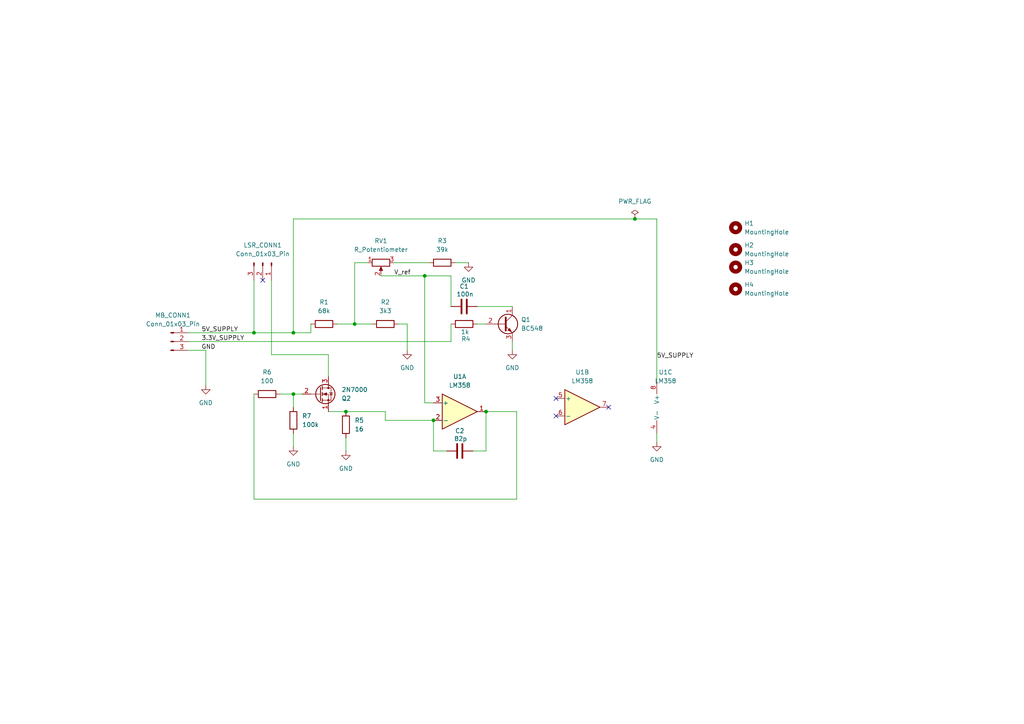
<source format=kicad_sch>
(kicad_sch
	(version 20250114)
	(generator "eeschema")
	(generator_version "9.0")
	(uuid "cc7e7d97-c320-40c5-8b05-5629e8e75450")
	(paper "A4")
	(lib_symbols
		(symbol "Amplifier_Operational:LM358"
			(pin_names
				(offset 0.127)
			)
			(exclude_from_sim no)
			(in_bom yes)
			(on_board yes)
			(property "Reference" "U"
				(at 0 5.08 0)
				(effects
					(font
						(size 1.27 1.27)
					)
					(justify left)
				)
			)
			(property "Value" "LM358"
				(at 0 -5.08 0)
				(effects
					(font
						(size 1.27 1.27)
					)
					(justify left)
				)
			)
			(property "Footprint" ""
				(at 0 0 0)
				(effects
					(font
						(size 1.27 1.27)
					)
					(hide yes)
				)
			)
			(property "Datasheet" "http://www.ti.com/lit/ds/symlink/lm2904-n.pdf"
				(at 0 0 0)
				(effects
					(font
						(size 1.27 1.27)
					)
					(hide yes)
				)
			)
			(property "Description" "Low-Power, Dual Operational Amplifiers, DIP-8/SOIC-8/TO-99-8"
				(at 0 0 0)
				(effects
					(font
						(size 1.27 1.27)
					)
					(hide yes)
				)
			)
			(property "ki_locked" ""
				(at 0 0 0)
				(effects
					(font
						(size 1.27 1.27)
					)
				)
			)
			(property "ki_keywords" "dual opamp"
				(at 0 0 0)
				(effects
					(font
						(size 1.27 1.27)
					)
					(hide yes)
				)
			)
			(property "ki_fp_filters" "SOIC*3.9x4.9mm*P1.27mm* DIP*W7.62mm* TO*99* OnSemi*Micro8* TSSOP*3x3mm*P0.65mm* TSSOP*4.4x3mm*P0.65mm* MSOP*3x3mm*P0.65mm* SSOP*3.9x4.9mm*P0.635mm* LFCSP*2x2mm*P0.5mm* *SIP* SOIC*5.3x6.2mm*P1.27mm*"
				(at 0 0 0)
				(effects
					(font
						(size 1.27 1.27)
					)
					(hide yes)
				)
			)
			(symbol "LM358_1_1"
				(polyline
					(pts
						(xy -5.08 5.08) (xy 5.08 0) (xy -5.08 -5.08) (xy -5.08 5.08)
					)
					(stroke
						(width 0.254)
						(type default)
					)
					(fill
						(type background)
					)
				)
				(pin input line
					(at -7.62 2.54 0)
					(length 2.54)
					(name "+"
						(effects
							(font
								(size 1.27 1.27)
							)
						)
					)
					(number "3"
						(effects
							(font
								(size 1.27 1.27)
							)
						)
					)
				)
				(pin input line
					(at -7.62 -2.54 0)
					(length 2.54)
					(name "-"
						(effects
							(font
								(size 1.27 1.27)
							)
						)
					)
					(number "2"
						(effects
							(font
								(size 1.27 1.27)
							)
						)
					)
				)
				(pin output line
					(at 7.62 0 180)
					(length 2.54)
					(name "~"
						(effects
							(font
								(size 1.27 1.27)
							)
						)
					)
					(number "1"
						(effects
							(font
								(size 1.27 1.27)
							)
						)
					)
				)
			)
			(symbol "LM358_2_1"
				(polyline
					(pts
						(xy -5.08 5.08) (xy 5.08 0) (xy -5.08 -5.08) (xy -5.08 5.08)
					)
					(stroke
						(width 0.254)
						(type default)
					)
					(fill
						(type background)
					)
				)
				(pin input line
					(at -7.62 2.54 0)
					(length 2.54)
					(name "+"
						(effects
							(font
								(size 1.27 1.27)
							)
						)
					)
					(number "5"
						(effects
							(font
								(size 1.27 1.27)
							)
						)
					)
				)
				(pin input line
					(at -7.62 -2.54 0)
					(length 2.54)
					(name "-"
						(effects
							(font
								(size 1.27 1.27)
							)
						)
					)
					(number "6"
						(effects
							(font
								(size 1.27 1.27)
							)
						)
					)
				)
				(pin output line
					(at 7.62 0 180)
					(length 2.54)
					(name "~"
						(effects
							(font
								(size 1.27 1.27)
							)
						)
					)
					(number "7"
						(effects
							(font
								(size 1.27 1.27)
							)
						)
					)
				)
			)
			(symbol "LM358_3_1"
				(pin power_in line
					(at -2.54 7.62 270)
					(length 3.81)
					(name "V+"
						(effects
							(font
								(size 1.27 1.27)
							)
						)
					)
					(number "8"
						(effects
							(font
								(size 1.27 1.27)
							)
						)
					)
				)
				(pin power_in line
					(at -2.54 -7.62 90)
					(length 3.81)
					(name "V-"
						(effects
							(font
								(size 1.27 1.27)
							)
						)
					)
					(number "4"
						(effects
							(font
								(size 1.27 1.27)
							)
						)
					)
				)
			)
			(embedded_fonts no)
		)
		(symbol "Connector:Conn_01x03_Pin"
			(pin_names
				(offset 1.016)
				(hide yes)
			)
			(exclude_from_sim no)
			(in_bom yes)
			(on_board yes)
			(property "Reference" "J"
				(at 0 5.08 0)
				(effects
					(font
						(size 1.27 1.27)
					)
				)
			)
			(property "Value" "Conn_01x03_Pin"
				(at 0 -5.08 0)
				(effects
					(font
						(size 1.27 1.27)
					)
				)
			)
			(property "Footprint" ""
				(at 0 0 0)
				(effects
					(font
						(size 1.27 1.27)
					)
					(hide yes)
				)
			)
			(property "Datasheet" "~"
				(at 0 0 0)
				(effects
					(font
						(size 1.27 1.27)
					)
					(hide yes)
				)
			)
			(property "Description" "Generic connector, single row, 01x03, script generated"
				(at 0 0 0)
				(effects
					(font
						(size 1.27 1.27)
					)
					(hide yes)
				)
			)
			(property "ki_locked" ""
				(at 0 0 0)
				(effects
					(font
						(size 1.27 1.27)
					)
				)
			)
			(property "ki_keywords" "connector"
				(at 0 0 0)
				(effects
					(font
						(size 1.27 1.27)
					)
					(hide yes)
				)
			)
			(property "ki_fp_filters" "Connector*:*_1x??_*"
				(at 0 0 0)
				(effects
					(font
						(size 1.27 1.27)
					)
					(hide yes)
				)
			)
			(symbol "Conn_01x03_Pin_1_1"
				(rectangle
					(start 0.8636 2.667)
					(end 0 2.413)
					(stroke
						(width 0.1524)
						(type default)
					)
					(fill
						(type outline)
					)
				)
				(rectangle
					(start 0.8636 0.127)
					(end 0 -0.127)
					(stroke
						(width 0.1524)
						(type default)
					)
					(fill
						(type outline)
					)
				)
				(rectangle
					(start 0.8636 -2.413)
					(end 0 -2.667)
					(stroke
						(width 0.1524)
						(type default)
					)
					(fill
						(type outline)
					)
				)
				(polyline
					(pts
						(xy 1.27 2.54) (xy 0.8636 2.54)
					)
					(stroke
						(width 0.1524)
						(type default)
					)
					(fill
						(type none)
					)
				)
				(polyline
					(pts
						(xy 1.27 0) (xy 0.8636 0)
					)
					(stroke
						(width 0.1524)
						(type default)
					)
					(fill
						(type none)
					)
				)
				(polyline
					(pts
						(xy 1.27 -2.54) (xy 0.8636 -2.54)
					)
					(stroke
						(width 0.1524)
						(type default)
					)
					(fill
						(type none)
					)
				)
				(pin passive line
					(at 5.08 2.54 180)
					(length 3.81)
					(name "Pin_1"
						(effects
							(font
								(size 1.27 1.27)
							)
						)
					)
					(number "1"
						(effects
							(font
								(size 1.27 1.27)
							)
						)
					)
				)
				(pin passive line
					(at 5.08 0 180)
					(length 3.81)
					(name "Pin_2"
						(effects
							(font
								(size 1.27 1.27)
							)
						)
					)
					(number "2"
						(effects
							(font
								(size 1.27 1.27)
							)
						)
					)
				)
				(pin passive line
					(at 5.08 -2.54 180)
					(length 3.81)
					(name "Pin_3"
						(effects
							(font
								(size 1.27 1.27)
							)
						)
					)
					(number "3"
						(effects
							(font
								(size 1.27 1.27)
							)
						)
					)
				)
			)
			(embedded_fonts no)
		)
		(symbol "Device:C"
			(pin_numbers
				(hide yes)
			)
			(pin_names
				(offset 0.254)
			)
			(exclude_from_sim no)
			(in_bom yes)
			(on_board yes)
			(property "Reference" "C"
				(at 0.635 2.54 0)
				(effects
					(font
						(size 1.27 1.27)
					)
					(justify left)
				)
			)
			(property "Value" "C"
				(at 0.635 -2.54 0)
				(effects
					(font
						(size 1.27 1.27)
					)
					(justify left)
				)
			)
			(property "Footprint" ""
				(at 0.9652 -3.81 0)
				(effects
					(font
						(size 1.27 1.27)
					)
					(hide yes)
				)
			)
			(property "Datasheet" "~"
				(at 0 0 0)
				(effects
					(font
						(size 1.27 1.27)
					)
					(hide yes)
				)
			)
			(property "Description" "Unpolarized capacitor"
				(at 0 0 0)
				(effects
					(font
						(size 1.27 1.27)
					)
					(hide yes)
				)
			)
			(property "ki_keywords" "cap capacitor"
				(at 0 0 0)
				(effects
					(font
						(size 1.27 1.27)
					)
					(hide yes)
				)
			)
			(property "ki_fp_filters" "C_*"
				(at 0 0 0)
				(effects
					(font
						(size 1.27 1.27)
					)
					(hide yes)
				)
			)
			(symbol "C_0_1"
				(polyline
					(pts
						(xy -2.032 0.762) (xy 2.032 0.762)
					)
					(stroke
						(width 0.508)
						(type default)
					)
					(fill
						(type none)
					)
				)
				(polyline
					(pts
						(xy -2.032 -0.762) (xy 2.032 -0.762)
					)
					(stroke
						(width 0.508)
						(type default)
					)
					(fill
						(type none)
					)
				)
			)
			(symbol "C_1_1"
				(pin passive line
					(at 0 3.81 270)
					(length 2.794)
					(name "~"
						(effects
							(font
								(size 1.27 1.27)
							)
						)
					)
					(number "1"
						(effects
							(font
								(size 1.27 1.27)
							)
						)
					)
				)
				(pin passive line
					(at 0 -3.81 90)
					(length 2.794)
					(name "~"
						(effects
							(font
								(size 1.27 1.27)
							)
						)
					)
					(number "2"
						(effects
							(font
								(size 1.27 1.27)
							)
						)
					)
				)
			)
			(embedded_fonts no)
		)
		(symbol "Device:R"
			(pin_numbers
				(hide yes)
			)
			(pin_names
				(offset 0)
			)
			(exclude_from_sim no)
			(in_bom yes)
			(on_board yes)
			(property "Reference" "R"
				(at 2.032 0 90)
				(effects
					(font
						(size 1.27 1.27)
					)
				)
			)
			(property "Value" "R"
				(at 0 0 90)
				(effects
					(font
						(size 1.27 1.27)
					)
				)
			)
			(property "Footprint" ""
				(at -1.778 0 90)
				(effects
					(font
						(size 1.27 1.27)
					)
					(hide yes)
				)
			)
			(property "Datasheet" "~"
				(at 0 0 0)
				(effects
					(font
						(size 1.27 1.27)
					)
					(hide yes)
				)
			)
			(property "Description" "Resistor"
				(at 0 0 0)
				(effects
					(font
						(size 1.27 1.27)
					)
					(hide yes)
				)
			)
			(property "ki_keywords" "R res resistor"
				(at 0 0 0)
				(effects
					(font
						(size 1.27 1.27)
					)
					(hide yes)
				)
			)
			(property "ki_fp_filters" "R_*"
				(at 0 0 0)
				(effects
					(font
						(size 1.27 1.27)
					)
					(hide yes)
				)
			)
			(symbol "R_0_1"
				(rectangle
					(start -1.016 -2.54)
					(end 1.016 2.54)
					(stroke
						(width 0.254)
						(type default)
					)
					(fill
						(type none)
					)
				)
			)
			(symbol "R_1_1"
				(pin passive line
					(at 0 3.81 270)
					(length 1.27)
					(name "~"
						(effects
							(font
								(size 1.27 1.27)
							)
						)
					)
					(number "1"
						(effects
							(font
								(size 1.27 1.27)
							)
						)
					)
				)
				(pin passive line
					(at 0 -3.81 90)
					(length 1.27)
					(name "~"
						(effects
							(font
								(size 1.27 1.27)
							)
						)
					)
					(number "2"
						(effects
							(font
								(size 1.27 1.27)
							)
						)
					)
				)
			)
			(embedded_fonts no)
		)
		(symbol "Device:R_Potentiometer"
			(pin_names
				(offset 1.016)
				(hide yes)
			)
			(exclude_from_sim no)
			(in_bom yes)
			(on_board yes)
			(property "Reference" "RV"
				(at -4.445 0 90)
				(effects
					(font
						(size 1.27 1.27)
					)
				)
			)
			(property "Value" "R_Potentiometer"
				(at -2.54 0 90)
				(effects
					(font
						(size 1.27 1.27)
					)
				)
			)
			(property "Footprint" ""
				(at 0 0 0)
				(effects
					(font
						(size 1.27 1.27)
					)
					(hide yes)
				)
			)
			(property "Datasheet" "~"
				(at 0 0 0)
				(effects
					(font
						(size 1.27 1.27)
					)
					(hide yes)
				)
			)
			(property "Description" "Potentiometer"
				(at 0 0 0)
				(effects
					(font
						(size 1.27 1.27)
					)
					(hide yes)
				)
			)
			(property "ki_keywords" "resistor variable"
				(at 0 0 0)
				(effects
					(font
						(size 1.27 1.27)
					)
					(hide yes)
				)
			)
			(property "ki_fp_filters" "Potentiometer*"
				(at 0 0 0)
				(effects
					(font
						(size 1.27 1.27)
					)
					(hide yes)
				)
			)
			(symbol "R_Potentiometer_0_1"
				(rectangle
					(start 1.016 2.54)
					(end -1.016 -2.54)
					(stroke
						(width 0.254)
						(type default)
					)
					(fill
						(type none)
					)
				)
				(polyline
					(pts
						(xy 1.143 0) (xy 2.286 0.508) (xy 2.286 -0.508) (xy 1.143 0)
					)
					(stroke
						(width 0)
						(type default)
					)
					(fill
						(type outline)
					)
				)
				(polyline
					(pts
						(xy 2.54 0) (xy 1.524 0)
					)
					(stroke
						(width 0)
						(type default)
					)
					(fill
						(type none)
					)
				)
			)
			(symbol "R_Potentiometer_1_1"
				(pin passive line
					(at 0 3.81 270)
					(length 1.27)
					(name "1"
						(effects
							(font
								(size 1.27 1.27)
							)
						)
					)
					(number "1"
						(effects
							(font
								(size 1.27 1.27)
							)
						)
					)
				)
				(pin passive line
					(at 0 -3.81 90)
					(length 1.27)
					(name "3"
						(effects
							(font
								(size 1.27 1.27)
							)
						)
					)
					(number "3"
						(effects
							(font
								(size 1.27 1.27)
							)
						)
					)
				)
				(pin passive line
					(at 3.81 0 180)
					(length 1.27)
					(name "2"
						(effects
							(font
								(size 1.27 1.27)
							)
						)
					)
					(number "2"
						(effects
							(font
								(size 1.27 1.27)
							)
						)
					)
				)
			)
			(embedded_fonts no)
		)
		(symbol "Mechanical:MountingHole"
			(pin_names
				(offset 1.016)
			)
			(exclude_from_sim no)
			(in_bom no)
			(on_board yes)
			(property "Reference" "H"
				(at 0 5.08 0)
				(effects
					(font
						(size 1.27 1.27)
					)
				)
			)
			(property "Value" "MountingHole"
				(at 0 3.175 0)
				(effects
					(font
						(size 1.27 1.27)
					)
				)
			)
			(property "Footprint" ""
				(at 0 0 0)
				(effects
					(font
						(size 1.27 1.27)
					)
					(hide yes)
				)
			)
			(property "Datasheet" "~"
				(at 0 0 0)
				(effects
					(font
						(size 1.27 1.27)
					)
					(hide yes)
				)
			)
			(property "Description" "Mounting Hole without connection"
				(at 0 0 0)
				(effects
					(font
						(size 1.27 1.27)
					)
					(hide yes)
				)
			)
			(property "ki_keywords" "mounting hole"
				(at 0 0 0)
				(effects
					(font
						(size 1.27 1.27)
					)
					(hide yes)
				)
			)
			(property "ki_fp_filters" "MountingHole*"
				(at 0 0 0)
				(effects
					(font
						(size 1.27 1.27)
					)
					(hide yes)
				)
			)
			(symbol "MountingHole_0_1"
				(circle
					(center 0 0)
					(radius 1.27)
					(stroke
						(width 1.27)
						(type default)
					)
					(fill
						(type none)
					)
				)
			)
			(embedded_fonts no)
		)
		(symbol "Transistor_BJT:BC548"
			(pin_names
				(offset 0)
				(hide yes)
			)
			(exclude_from_sim no)
			(in_bom yes)
			(on_board yes)
			(property "Reference" "Q"
				(at 5.08 1.905 0)
				(effects
					(font
						(size 1.27 1.27)
					)
					(justify left)
				)
			)
			(property "Value" "BC548"
				(at 5.08 0 0)
				(effects
					(font
						(size 1.27 1.27)
					)
					(justify left)
				)
			)
			(property "Footprint" "Package_TO_SOT_THT:TO-92_Inline"
				(at 5.08 -1.905 0)
				(effects
					(font
						(size 1.27 1.27)
						(italic yes)
					)
					(justify left)
					(hide yes)
				)
			)
			(property "Datasheet" "https://www.onsemi.com/pub/Collateral/BC550-D.pdf"
				(at 0 0 0)
				(effects
					(font
						(size 1.27 1.27)
					)
					(justify left)
					(hide yes)
				)
			)
			(property "Description" "0.1A Ic, 30V Vce, Small Signal NPN Transistor, TO-92"
				(at 0 0 0)
				(effects
					(font
						(size 1.27 1.27)
					)
					(hide yes)
				)
			)
			(property "ki_keywords" "NPN Transistor"
				(at 0 0 0)
				(effects
					(font
						(size 1.27 1.27)
					)
					(hide yes)
				)
			)
			(property "ki_fp_filters" "TO?92*"
				(at 0 0 0)
				(effects
					(font
						(size 1.27 1.27)
					)
					(hide yes)
				)
			)
			(symbol "BC548_0_1"
				(polyline
					(pts
						(xy -2.54 0) (xy 0.635 0)
					)
					(stroke
						(width 0)
						(type default)
					)
					(fill
						(type none)
					)
				)
				(polyline
					(pts
						(xy 0.635 1.905) (xy 0.635 -1.905)
					)
					(stroke
						(width 0.508)
						(type default)
					)
					(fill
						(type none)
					)
				)
				(circle
					(center 1.27 0)
					(radius 2.8194)
					(stroke
						(width 0.254)
						(type default)
					)
					(fill
						(type none)
					)
				)
			)
			(symbol "BC548_1_1"
				(polyline
					(pts
						(xy 0.635 0.635) (xy 2.54 2.54)
					)
					(stroke
						(width 0)
						(type default)
					)
					(fill
						(type none)
					)
				)
				(polyline
					(pts
						(xy 0.635 -0.635) (xy 2.54 -2.54)
					)
					(stroke
						(width 0)
						(type default)
					)
					(fill
						(type none)
					)
				)
				(polyline
					(pts
						(xy 1.27 -1.778) (xy 1.778 -1.27) (xy 2.286 -2.286) (xy 1.27 -1.778)
					)
					(stroke
						(width 0)
						(type default)
					)
					(fill
						(type outline)
					)
				)
				(pin input line
					(at -5.08 0 0)
					(length 2.54)
					(name "B"
						(effects
							(font
								(size 1.27 1.27)
							)
						)
					)
					(number "2"
						(effects
							(font
								(size 1.27 1.27)
							)
						)
					)
				)
				(pin passive line
					(at 2.54 5.08 270)
					(length 2.54)
					(name "C"
						(effects
							(font
								(size 1.27 1.27)
							)
						)
					)
					(number "1"
						(effects
							(font
								(size 1.27 1.27)
							)
						)
					)
				)
				(pin passive line
					(at 2.54 -5.08 90)
					(length 2.54)
					(name "E"
						(effects
							(font
								(size 1.27 1.27)
							)
						)
					)
					(number "3"
						(effects
							(font
								(size 1.27 1.27)
							)
						)
					)
				)
			)
			(embedded_fonts no)
		)
		(symbol "Transistor_FET:2N7000"
			(pin_names
				(hide yes)
			)
			(exclude_from_sim no)
			(in_bom yes)
			(on_board yes)
			(property "Reference" "Q"
				(at 5.08 1.905 0)
				(effects
					(font
						(size 1.27 1.27)
					)
					(justify left)
				)
			)
			(property "Value" "2N7000"
				(at 5.08 0 0)
				(effects
					(font
						(size 1.27 1.27)
					)
					(justify left)
				)
			)
			(property "Footprint" "Package_TO_SOT_THT:TO-92_Inline"
				(at 5.08 -1.905 0)
				(effects
					(font
						(size 1.27 1.27)
						(italic yes)
					)
					(justify left)
					(hide yes)
				)
			)
			(property "Datasheet" "https://www.vishay.com/docs/70226/70226.pdf"
				(at 5.08 -3.81 0)
				(effects
					(font
						(size 1.27 1.27)
					)
					(justify left)
					(hide yes)
				)
			)
			(property "Description" "0.2A Id, 200V Vds, N-Channel MOSFET, 2.6V Logic Level, TO-92"
				(at 0 0 0)
				(effects
					(font
						(size 1.27 1.27)
					)
					(hide yes)
				)
			)
			(property "ki_keywords" "N-Channel MOSFET Logic-Level"
				(at 0 0 0)
				(effects
					(font
						(size 1.27 1.27)
					)
					(hide yes)
				)
			)
			(property "ki_fp_filters" "TO?92*"
				(at 0 0 0)
				(effects
					(font
						(size 1.27 1.27)
					)
					(hide yes)
				)
			)
			(symbol "2N7000_0_1"
				(polyline
					(pts
						(xy 0.254 1.905) (xy 0.254 -1.905)
					)
					(stroke
						(width 0.254)
						(type default)
					)
					(fill
						(type none)
					)
				)
				(polyline
					(pts
						(xy 0.254 0) (xy -2.54 0)
					)
					(stroke
						(width 0)
						(type default)
					)
					(fill
						(type none)
					)
				)
				(polyline
					(pts
						(xy 0.762 2.286) (xy 0.762 1.27)
					)
					(stroke
						(width 0.254)
						(type default)
					)
					(fill
						(type none)
					)
				)
				(polyline
					(pts
						(xy 0.762 0.508) (xy 0.762 -0.508)
					)
					(stroke
						(width 0.254)
						(type default)
					)
					(fill
						(type none)
					)
				)
				(polyline
					(pts
						(xy 0.762 -1.27) (xy 0.762 -2.286)
					)
					(stroke
						(width 0.254)
						(type default)
					)
					(fill
						(type none)
					)
				)
				(polyline
					(pts
						(xy 0.762 -1.778) (xy 3.302 -1.778) (xy 3.302 1.778) (xy 0.762 1.778)
					)
					(stroke
						(width 0)
						(type default)
					)
					(fill
						(type none)
					)
				)
				(polyline
					(pts
						(xy 1.016 0) (xy 2.032 0.381) (xy 2.032 -0.381) (xy 1.016 0)
					)
					(stroke
						(width 0)
						(type default)
					)
					(fill
						(type outline)
					)
				)
				(circle
					(center 1.651 0)
					(radius 2.794)
					(stroke
						(width 0.254)
						(type default)
					)
					(fill
						(type none)
					)
				)
				(polyline
					(pts
						(xy 2.54 2.54) (xy 2.54 1.778)
					)
					(stroke
						(width 0)
						(type default)
					)
					(fill
						(type none)
					)
				)
				(circle
					(center 2.54 1.778)
					(radius 0.254)
					(stroke
						(width 0)
						(type default)
					)
					(fill
						(type outline)
					)
				)
				(circle
					(center 2.54 -1.778)
					(radius 0.254)
					(stroke
						(width 0)
						(type default)
					)
					(fill
						(type outline)
					)
				)
				(polyline
					(pts
						(xy 2.54 -2.54) (xy 2.54 0) (xy 0.762 0)
					)
					(stroke
						(width 0)
						(type default)
					)
					(fill
						(type none)
					)
				)
				(polyline
					(pts
						(xy 2.794 0.508) (xy 2.921 0.381) (xy 3.683 0.381) (xy 3.81 0.254)
					)
					(stroke
						(width 0)
						(type default)
					)
					(fill
						(type none)
					)
				)
				(polyline
					(pts
						(xy 3.302 0.381) (xy 2.921 -0.254) (xy 3.683 -0.254) (xy 3.302 0.381)
					)
					(stroke
						(width 0)
						(type default)
					)
					(fill
						(type none)
					)
				)
			)
			(symbol "2N7000_1_1"
				(pin input line
					(at -5.08 0 0)
					(length 2.54)
					(name "G"
						(effects
							(font
								(size 1.27 1.27)
							)
						)
					)
					(number "2"
						(effects
							(font
								(size 1.27 1.27)
							)
						)
					)
				)
				(pin passive line
					(at 2.54 5.08 270)
					(length 2.54)
					(name "D"
						(effects
							(font
								(size 1.27 1.27)
							)
						)
					)
					(number "3"
						(effects
							(font
								(size 1.27 1.27)
							)
						)
					)
				)
				(pin passive line
					(at 2.54 -5.08 90)
					(length 2.54)
					(name "S"
						(effects
							(font
								(size 1.27 1.27)
							)
						)
					)
					(number "1"
						(effects
							(font
								(size 1.27 1.27)
							)
						)
					)
				)
			)
			(embedded_fonts no)
		)
		(symbol "power:GND"
			(power)
			(pin_numbers
				(hide yes)
			)
			(pin_names
				(offset 0)
				(hide yes)
			)
			(exclude_from_sim no)
			(in_bom yes)
			(on_board yes)
			(property "Reference" "#PWR"
				(at 0 -6.35 0)
				(effects
					(font
						(size 1.27 1.27)
					)
					(hide yes)
				)
			)
			(property "Value" "GND"
				(at 0 -3.81 0)
				(effects
					(font
						(size 1.27 1.27)
					)
				)
			)
			(property "Footprint" ""
				(at 0 0 0)
				(effects
					(font
						(size 1.27 1.27)
					)
					(hide yes)
				)
			)
			(property "Datasheet" ""
				(at 0 0 0)
				(effects
					(font
						(size 1.27 1.27)
					)
					(hide yes)
				)
			)
			(property "Description" "Power symbol creates a global label with name \"GND\" , ground"
				(at 0 0 0)
				(effects
					(font
						(size 1.27 1.27)
					)
					(hide yes)
				)
			)
			(property "ki_keywords" "global power"
				(at 0 0 0)
				(effects
					(font
						(size 1.27 1.27)
					)
					(hide yes)
				)
			)
			(symbol "GND_0_1"
				(polyline
					(pts
						(xy 0 0) (xy 0 -1.27) (xy 1.27 -1.27) (xy 0 -2.54) (xy -1.27 -1.27) (xy 0 -1.27)
					)
					(stroke
						(width 0)
						(type default)
					)
					(fill
						(type none)
					)
				)
			)
			(symbol "GND_1_1"
				(pin power_in line
					(at 0 0 270)
					(length 0)
					(name "~"
						(effects
							(font
								(size 1.27 1.27)
							)
						)
					)
					(number "1"
						(effects
							(font
								(size 1.27 1.27)
							)
						)
					)
				)
			)
			(embedded_fonts no)
		)
		(symbol "power:PWR_FLAG"
			(power)
			(pin_numbers
				(hide yes)
			)
			(pin_names
				(offset 0)
				(hide yes)
			)
			(exclude_from_sim no)
			(in_bom yes)
			(on_board yes)
			(property "Reference" "#FLG"
				(at 0 1.905 0)
				(effects
					(font
						(size 1.27 1.27)
					)
					(hide yes)
				)
			)
			(property "Value" "PWR_FLAG"
				(at 0 3.81 0)
				(effects
					(font
						(size 1.27 1.27)
					)
				)
			)
			(property "Footprint" ""
				(at 0 0 0)
				(effects
					(font
						(size 1.27 1.27)
					)
					(hide yes)
				)
			)
			(property "Datasheet" "~"
				(at 0 0 0)
				(effects
					(font
						(size 1.27 1.27)
					)
					(hide yes)
				)
			)
			(property "Description" "Special symbol for telling ERC where power comes from"
				(at 0 0 0)
				(effects
					(font
						(size 1.27 1.27)
					)
					(hide yes)
				)
			)
			(property "ki_keywords" "flag power"
				(at 0 0 0)
				(effects
					(font
						(size 1.27 1.27)
					)
					(hide yes)
				)
			)
			(symbol "PWR_FLAG_0_0"
				(pin power_out line
					(at 0 0 90)
					(length 0)
					(name "~"
						(effects
							(font
								(size 1.27 1.27)
							)
						)
					)
					(number "1"
						(effects
							(font
								(size 1.27 1.27)
							)
						)
					)
				)
			)
			(symbol "PWR_FLAG_0_1"
				(polyline
					(pts
						(xy 0 0) (xy 0 1.27) (xy -1.016 1.905) (xy 0 2.54) (xy 1.016 1.905) (xy 0 1.27)
					)
					(stroke
						(width 0)
						(type default)
					)
					(fill
						(type none)
					)
				)
			)
			(embedded_fonts no)
		)
	)
	(junction
		(at 184.15 63.5)
		(diameter 0)
		(color 0 0 0 0)
		(uuid "28627463-9504-47c1-ba1e-a787a1699781")
	)
	(junction
		(at 100.33 119.38)
		(diameter 0)
		(color 0 0 0 0)
		(uuid "2a65f70b-bbd0-45ff-879f-fe159927713c")
	)
	(junction
		(at 85.09 96.52)
		(diameter 0)
		(color 0 0 0 0)
		(uuid "2aeafc00-4745-4e16-b172-cc0fe3668550")
	)
	(junction
		(at 73.66 96.52)
		(diameter 0)
		(color 0 0 0 0)
		(uuid "2fe4a921-9587-494f-bd1d-17bcebd8378c")
	)
	(junction
		(at 123.19 80.01)
		(diameter 0)
		(color 0 0 0 0)
		(uuid "35b910bb-fd4f-439f-bc0e-dad29d009453")
	)
	(junction
		(at 140.97 119.38)
		(diameter 0)
		(color 0 0 0 0)
		(uuid "74e04c7c-e152-40ba-97c7-0566007c92a5")
	)
	(junction
		(at 102.87 93.98)
		(diameter 0)
		(color 0 0 0 0)
		(uuid "c2d2814d-0e48-4ad6-b734-7c1741bcb69c")
	)
	(junction
		(at 125.73 121.92)
		(diameter 0)
		(color 0 0 0 0)
		(uuid "cba6a666-0862-4a97-91d6-295473baa1dd")
	)
	(junction
		(at 85.09 114.3)
		(diameter 0)
		(color 0 0 0 0)
		(uuid "cbcbeb4d-98fb-4e45-86d6-106a4b42736d")
	)
	(no_connect
		(at 76.2 81.28)
		(uuid "249c2dee-81e0-49e5-812a-326a42b3a9c9")
	)
	(no_connect
		(at 161.29 115.57)
		(uuid "530fa1a1-e241-46ba-a138-ef0c063259e9")
	)
	(no_connect
		(at 161.29 120.65)
		(uuid "bad4e45c-da5a-4a0c-abb2-eff98889a7e7")
	)
	(no_connect
		(at 176.53 118.11)
		(uuid "e0bc8781-7def-4f63-92fe-593e65dd793d")
	)
	(wire
		(pts
			(xy 85.09 63.5) (xy 184.15 63.5)
		)
		(stroke
			(width 0)
			(type default)
		)
		(uuid "07873885-97f0-4ff5-90ea-e0357170efcd")
	)
	(wire
		(pts
			(xy 78.74 81.28) (xy 78.74 102.87)
		)
		(stroke
			(width 0)
			(type default)
		)
		(uuid "0834be27-3582-43e7-af3a-d9e4b5ba078a")
	)
	(wire
		(pts
			(xy 95.25 119.38) (xy 100.33 119.38)
		)
		(stroke
			(width 0)
			(type default)
		)
		(uuid "0a24abf8-d3cc-4a38-9a94-356e76bf26f3")
	)
	(wire
		(pts
			(xy 125.73 121.92) (xy 125.73 130.81)
		)
		(stroke
			(width 0)
			(type default)
		)
		(uuid "0f10148a-3a42-4bd2-8369-c52f59543cdb")
	)
	(wire
		(pts
			(xy 59.69 101.6) (xy 59.69 111.76)
		)
		(stroke
			(width 0)
			(type default)
		)
		(uuid "110f82ef-415a-4d4e-9d6f-eb0dc141412a")
	)
	(wire
		(pts
			(xy 123.19 80.01) (xy 130.81 80.01)
		)
		(stroke
			(width 0)
			(type default)
		)
		(uuid "1224d6aa-1751-49f9-b0d4-c739b0e97ba6")
	)
	(wire
		(pts
			(xy 184.15 63.5) (xy 190.5 63.5)
		)
		(stroke
			(width 0)
			(type default)
		)
		(uuid "15992866-a744-4f40-9f1b-157969eb46fb")
	)
	(wire
		(pts
			(xy 130.81 80.01) (xy 130.81 88.9)
		)
		(stroke
			(width 0)
			(type default)
		)
		(uuid "16a187a7-4657-40cc-8773-048051824792")
	)
	(wire
		(pts
			(xy 115.57 93.98) (xy 118.11 93.98)
		)
		(stroke
			(width 0)
			(type default)
		)
		(uuid "17e0e778-e166-4543-ac2d-8f2909a7e156")
	)
	(wire
		(pts
			(xy 149.86 144.78) (xy 149.86 119.38)
		)
		(stroke
			(width 0)
			(type default)
		)
		(uuid "1cd51b02-0b26-4082-9d27-cec2523ee91e")
	)
	(wire
		(pts
			(xy 73.66 144.78) (xy 149.86 144.78)
		)
		(stroke
			(width 0)
			(type default)
		)
		(uuid "1de5f3e3-a08a-4b59-b582-e4881cb5802e")
	)
	(wire
		(pts
			(xy 148.59 99.06) (xy 148.59 101.6)
		)
		(stroke
			(width 0)
			(type default)
		)
		(uuid "21fdd332-7f68-43f6-a876-301bf4d3e62a")
	)
	(wire
		(pts
			(xy 102.87 76.2) (xy 106.68 76.2)
		)
		(stroke
			(width 0)
			(type default)
		)
		(uuid "2f5f15f0-e09b-4652-b377-c30df29d120b")
	)
	(wire
		(pts
			(xy 90.17 96.52) (xy 90.17 93.98)
		)
		(stroke
			(width 0)
			(type default)
		)
		(uuid "31c63b4e-a2f1-4c5f-aac1-4a96074b751f")
	)
	(wire
		(pts
			(xy 140.97 130.81) (xy 140.97 119.38)
		)
		(stroke
			(width 0)
			(type default)
		)
		(uuid "33c3567c-11d4-42fa-ab9b-fb11284a7e1e")
	)
	(wire
		(pts
			(xy 97.79 93.98) (xy 102.87 93.98)
		)
		(stroke
			(width 0)
			(type default)
		)
		(uuid "36b4c514-dfb6-48f1-b47c-f9741f43c4d5")
	)
	(wire
		(pts
			(xy 85.09 96.52) (xy 85.09 63.5)
		)
		(stroke
			(width 0)
			(type default)
		)
		(uuid "36f3233d-ce90-4bc9-b594-edeeb539a26b")
	)
	(wire
		(pts
			(xy 137.16 130.81) (xy 140.97 130.81)
		)
		(stroke
			(width 0)
			(type default)
		)
		(uuid "3a7ef36c-e202-4332-be00-756474ac00f6")
	)
	(wire
		(pts
			(xy 73.66 81.28) (xy 73.66 96.52)
		)
		(stroke
			(width 0)
			(type default)
		)
		(uuid "3bef522c-6d19-44e7-acf7-c500f40a7236")
	)
	(wire
		(pts
			(xy 132.08 76.2) (xy 135.89 76.2)
		)
		(stroke
			(width 0)
			(type default)
		)
		(uuid "3cbd0d80-3d21-4157-a180-0bbc7648677c")
	)
	(wire
		(pts
			(xy 190.5 125.73) (xy 190.5 128.27)
		)
		(stroke
			(width 0)
			(type default)
		)
		(uuid "4a323d7a-39b6-4cba-a592-bb2196209377")
	)
	(wire
		(pts
			(xy 95.25 102.87) (xy 95.25 109.22)
		)
		(stroke
			(width 0)
			(type default)
		)
		(uuid "4c786c23-cdf7-482b-af8b-caa99591cd45")
	)
	(wire
		(pts
			(xy 190.5 63.5) (xy 190.5 110.49)
		)
		(stroke
			(width 0)
			(type default)
		)
		(uuid "63e10ab0-e628-4662-b12c-ddf16673d67e")
	)
	(wire
		(pts
			(xy 138.43 93.98) (xy 140.97 93.98)
		)
		(stroke
			(width 0)
			(type default)
		)
		(uuid "6a589d98-4f6c-4247-9d7f-4d05fe06bc3c")
	)
	(wire
		(pts
			(xy 54.61 96.52) (xy 73.66 96.52)
		)
		(stroke
			(width 0)
			(type default)
		)
		(uuid "708861f7-196b-459a-b140-eca233595774")
	)
	(wire
		(pts
			(xy 81.28 114.3) (xy 85.09 114.3)
		)
		(stroke
			(width 0)
			(type default)
		)
		(uuid "73bb57fa-3280-4bc4-a10e-bc9dd931d187")
	)
	(wire
		(pts
			(xy 102.87 93.98) (xy 107.95 93.98)
		)
		(stroke
			(width 0)
			(type default)
		)
		(uuid "73fd5f0f-34c2-4172-85b4-1e73a43bf286")
	)
	(wire
		(pts
			(xy 102.87 93.98) (xy 102.87 76.2)
		)
		(stroke
			(width 0)
			(type default)
		)
		(uuid "74a7966d-2fbc-4c9d-af26-255b8e2c2b3e")
	)
	(wire
		(pts
			(xy 73.66 114.3) (xy 73.66 144.78)
		)
		(stroke
			(width 0)
			(type default)
		)
		(uuid "7899bd20-d5dc-4b0d-9a26-613d51a2f7f8")
	)
	(wire
		(pts
			(xy 114.3 76.2) (xy 124.46 76.2)
		)
		(stroke
			(width 0)
			(type default)
		)
		(uuid "7dfe797d-90f8-4d26-a828-7dd4f6292686")
	)
	(wire
		(pts
			(xy 54.61 99.06) (xy 130.81 99.06)
		)
		(stroke
			(width 0)
			(type default)
		)
		(uuid "806d9f94-dbde-479b-b446-ac9ae5b70898")
	)
	(wire
		(pts
			(xy 111.76 119.38) (xy 111.76 121.92)
		)
		(stroke
			(width 0)
			(type default)
		)
		(uuid "8763dbcb-79e7-4c1c-8922-a2c290cbaca9")
	)
	(wire
		(pts
			(xy 85.09 125.73) (xy 85.09 129.54)
		)
		(stroke
			(width 0)
			(type default)
		)
		(uuid "9453edce-58c6-4869-a8e6-b22080624b2f")
	)
	(wire
		(pts
			(xy 149.86 119.38) (xy 140.97 119.38)
		)
		(stroke
			(width 0)
			(type default)
		)
		(uuid "96e408fb-6346-440f-82c7-bf13fcddf54d")
	)
	(wire
		(pts
			(xy 138.43 88.9) (xy 148.59 88.9)
		)
		(stroke
			(width 0)
			(type default)
		)
		(uuid "992c1f58-a0a5-4e19-a16e-840f1ab97ce8")
	)
	(wire
		(pts
			(xy 125.73 130.81) (xy 129.54 130.81)
		)
		(stroke
			(width 0)
			(type default)
		)
		(uuid "99c5cb7c-530d-458b-b450-5ded8d1850f9")
	)
	(wire
		(pts
			(xy 73.66 96.52) (xy 85.09 96.52)
		)
		(stroke
			(width 0)
			(type default)
		)
		(uuid "ad3f68d4-7cd2-4f95-9b14-987d0fbbd6a8")
	)
	(wire
		(pts
			(xy 54.61 101.6) (xy 59.69 101.6)
		)
		(stroke
			(width 0)
			(type default)
		)
		(uuid "af72235e-0dba-498a-9d2f-ef51d3f7f1ba")
	)
	(wire
		(pts
			(xy 100.33 127) (xy 100.33 130.81)
		)
		(stroke
			(width 0)
			(type default)
		)
		(uuid "bc368a33-bdb2-4dd8-8ed1-fb5f1cd0a437")
	)
	(wire
		(pts
			(xy 85.09 114.3) (xy 87.63 114.3)
		)
		(stroke
			(width 0)
			(type default)
		)
		(uuid "bc5ef90a-1449-4697-afe5-d7c6944bfe67")
	)
	(wire
		(pts
			(xy 110.49 80.01) (xy 123.19 80.01)
		)
		(stroke
			(width 0)
			(type default)
		)
		(uuid "bde1d505-1b86-44de-9f3f-a57e8b95b59a")
	)
	(wire
		(pts
			(xy 111.76 121.92) (xy 125.73 121.92)
		)
		(stroke
			(width 0)
			(type default)
		)
		(uuid "c46d7740-d1c0-4b24-8958-fa1f4e9b237a")
	)
	(wire
		(pts
			(xy 85.09 114.3) (xy 85.09 118.11)
		)
		(stroke
			(width 0)
			(type default)
		)
		(uuid "c531584e-04c1-458f-a3d8-8dbbe3052125")
	)
	(wire
		(pts
			(xy 85.09 96.52) (xy 90.17 96.52)
		)
		(stroke
			(width 0)
			(type default)
		)
		(uuid "d96b9f62-9c19-4271-b98e-af3f3eaefb2b")
	)
	(wire
		(pts
			(xy 100.33 119.38) (xy 111.76 119.38)
		)
		(stroke
			(width 0)
			(type default)
		)
		(uuid "d9816d37-3847-4684-b652-6606d6bc8c39")
	)
	(wire
		(pts
			(xy 130.81 99.06) (xy 130.81 93.98)
		)
		(stroke
			(width 0)
			(type default)
		)
		(uuid "ddfcb050-4e8a-4e41-867d-f656b9bbcf9e")
	)
	(wire
		(pts
			(xy 118.11 93.98) (xy 118.11 101.6)
		)
		(stroke
			(width 0)
			(type default)
		)
		(uuid "e3d999f2-0c39-4f73-b5f7-ec17026a2ddc")
	)
	(wire
		(pts
			(xy 123.19 80.01) (xy 123.19 116.84)
		)
		(stroke
			(width 0)
			(type default)
		)
		(uuid "e684367c-66db-47a8-994b-343fb9b36639")
	)
	(wire
		(pts
			(xy 78.74 102.87) (xy 95.25 102.87)
		)
		(stroke
			(width 0)
			(type default)
		)
		(uuid "f15a3083-5d8f-407a-a3fe-9e7db6829a08")
	)
	(wire
		(pts
			(xy 123.19 116.84) (xy 125.73 116.84)
		)
		(stroke
			(width 0)
			(type default)
		)
		(uuid "feac5bee-36e6-4371-8d34-77955ed5edbd")
	)
	(label "5V_SUPPLY"
		(at 190.5 104.14 0)
		(effects
			(font
				(size 1.27 1.27)
			)
			(justify left bottom)
		)
		(uuid "04a93235-dee1-44e7-a330-ea1b1a6a666f")
	)
	(label "V_ref"
		(at 114.3 80.01 0)
		(effects
			(font
				(size 1.27 1.27)
			)
			(justify left bottom)
		)
		(uuid "367b43b6-f5e6-4dd9-a113-2fa15c14ef07")
	)
	(label "3.3V_SUPPLY"
		(at 58.42 99.06 0)
		(effects
			(font
				(size 1.27 1.27)
			)
			(justify left bottom)
		)
		(uuid "5e596d65-e44e-428a-b6c5-3c5dbd4142de")
	)
	(label "GND"
		(at 58.42 101.6 0)
		(effects
			(font
				(size 1.27 1.27)
			)
			(justify left bottom)
		)
		(uuid "7ef7e4a4-b366-485a-af6b-9b1d54a420b7")
	)
	(label "5V_SUPPLY"
		(at 58.42 96.52 0)
		(effects
			(font
				(size 1.27 1.27)
			)
			(justify left bottom)
		)
		(uuid "be742766-9011-41df-9a0c-aa30bea4f4c2")
	)
	(symbol
		(lib_id "Device:R")
		(at 77.47 114.3 270)
		(unit 1)
		(exclude_from_sim no)
		(in_bom yes)
		(on_board yes)
		(dnp no)
		(fields_autoplaced yes)
		(uuid "1196c168-26c8-4468-bbe1-1c68283ebc52")
		(property "Reference" "R6"
			(at 77.47 107.95 90)
			(effects
				(font
					(size 1.27 1.27)
				)
			)
		)
		(property "Value" "100"
			(at 77.47 110.49 90)
			(effects
				(font
					(size 1.27 1.27)
				)
			)
		)
		(property "Footprint" "Resistor_THT:R_Axial_DIN0207_L6.3mm_D2.5mm_P7.62mm_Horizontal"
			(at 77.47 112.522 90)
			(effects
				(font
					(size 1.27 1.27)
				)
				(hide yes)
			)
		)
		(property "Datasheet" "~"
			(at 77.47 114.3 0)
			(effects
				(font
					(size 1.27 1.27)
				)
				(hide yes)
			)
		)
		(property "Description" "Resistor"
			(at 77.47 114.3 0)
			(effects
				(font
					(size 1.27 1.27)
				)
				(hide yes)
			)
		)
		(pin "1"
			(uuid "05c3b07d-6a09-45ef-9d55-f139e0a5a7aa")
		)
		(pin "2"
			(uuid "9cd81621-f93a-4254-bdc2-cf707ebd6fbf")
		)
		(instances
			(project "RUSSELS LASER FINAL"
				(path "/cc7e7d97-c320-40c5-8b05-5629e8e75450"
					(reference "R6")
					(unit 1)
				)
			)
		)
	)
	(symbol
		(lib_id "Mechanical:MountingHole")
		(at 213.36 66.04 0)
		(unit 1)
		(exclude_from_sim no)
		(in_bom no)
		(on_board yes)
		(dnp no)
		(fields_autoplaced yes)
		(uuid "13869072-d6a6-4233-ba14-e268e8c8585a")
		(property "Reference" "H1"
			(at 215.9 64.7699 0)
			(effects
				(font
					(size 1.27 1.27)
				)
				(justify left)
			)
		)
		(property "Value" "MountingHole"
			(at 215.9 67.3099 0)
			(effects
				(font
					(size 1.27 1.27)
				)
				(justify left)
			)
		)
		(property "Footprint" "MountingHole:MountingHole_2.2mm_M2"
			(at 213.36 66.04 0)
			(effects
				(font
					(size 1.27 1.27)
				)
				(hide yes)
			)
		)
		(property "Datasheet" "~"
			(at 213.36 66.04 0)
			(effects
				(font
					(size 1.27 1.27)
				)
				(hide yes)
			)
		)
		(property "Description" "Mounting Hole without connection"
			(at 213.36 66.04 0)
			(effects
				(font
					(size 1.27 1.27)
				)
				(hide yes)
			)
		)
		(instances
			(project "RUSSELS LASER FINAL"
				(path "/cc7e7d97-c320-40c5-8b05-5629e8e75450"
					(reference "H1")
					(unit 1)
				)
			)
		)
	)
	(symbol
		(lib_id "Transistor_FET:2N7000")
		(at 92.71 114.3 0)
		(unit 1)
		(exclude_from_sim no)
		(in_bom yes)
		(on_board yes)
		(dnp no)
		(uuid "14231d8a-70be-433b-b83a-2932d333fe2f")
		(property "Reference" "Q2"
			(at 99.06 115.5701 0)
			(effects
				(font
					(size 1.27 1.27)
				)
				(justify left)
			)
		)
		(property "Value" "2N7000"
			(at 99.06 113.0301 0)
			(effects
				(font
					(size 1.27 1.27)
				)
				(justify left)
			)
		)
		(property "Footprint" "Package_TO_SOT_THT:TO-92_Inline"
			(at 97.79 116.205 0)
			(effects
				(font
					(size 1.27 1.27)
					(italic yes)
				)
				(justify left)
				(hide yes)
			)
		)
		(property "Datasheet" "https://www.vishay.com/docs/70226/70226.pdf"
			(at 97.79 118.11 0)
			(effects
				(font
					(size 1.27 1.27)
				)
				(justify left)
				(hide yes)
			)
		)
		(property "Description" "0.2A Id, 200V Vds, N-Channel MOSFET, 2.6V Logic Level, TO-92"
			(at 92.71 114.3 0)
			(effects
				(font
					(size 1.27 1.27)
				)
				(hide yes)
			)
		)
		(pin "2"
			(uuid "24d91e6c-e852-4898-9531-9db8ad0ef5f4")
		)
		(pin "3"
			(uuid "0bac24c4-ade3-4074-8156-651f8a4773aa")
		)
		(pin "1"
			(uuid "c0ef9df5-292d-4b7f-a715-5e50cd5c23a1")
		)
		(instances
			(project ""
				(path "/cc7e7d97-c320-40c5-8b05-5629e8e75450"
					(reference "Q2")
					(unit 1)
				)
			)
		)
	)
	(symbol
		(lib_id "Device:R")
		(at 128.27 76.2 90)
		(unit 1)
		(exclude_from_sim no)
		(in_bom yes)
		(on_board yes)
		(dnp no)
		(fields_autoplaced yes)
		(uuid "14e7dd52-f11c-40b5-a7f9-2bf53b89b498")
		(property "Reference" "R3"
			(at 128.27 69.85 90)
			(effects
				(font
					(size 1.27 1.27)
				)
			)
		)
		(property "Value" "39k"
			(at 128.27 72.39 90)
			(effects
				(font
					(size 1.27 1.27)
				)
			)
		)
		(property "Footprint" "Resistor_THT:R_Axial_DIN0207_L6.3mm_D2.5mm_P7.62mm_Horizontal"
			(at 128.27 77.978 90)
			(effects
				(font
					(size 1.27 1.27)
				)
				(hide yes)
			)
		)
		(property "Datasheet" "~"
			(at 128.27 76.2 0)
			(effects
				(font
					(size 1.27 1.27)
				)
				(hide yes)
			)
		)
		(property "Description" "Resistor"
			(at 128.27 76.2 0)
			(effects
				(font
					(size 1.27 1.27)
				)
				(hide yes)
			)
		)
		(pin "1"
			(uuid "1426b774-f8dc-40c0-859c-27d69d5375e8")
		)
		(pin "2"
			(uuid "9cccad1d-be5f-4f65-acc8-d843f63a348b")
		)
		(instances
			(project "RUSSELS LASER FINAL"
				(path "/cc7e7d97-c320-40c5-8b05-5629e8e75450"
					(reference "R3")
					(unit 1)
				)
			)
		)
	)
	(symbol
		(lib_id "power:GND")
		(at 135.89 76.2 0)
		(unit 1)
		(exclude_from_sim no)
		(in_bom yes)
		(on_board yes)
		(dnp no)
		(fields_autoplaced yes)
		(uuid "18e85f30-7ced-4b7b-b2d4-ac713373fc7e")
		(property "Reference" "#PWR01"
			(at 135.89 82.55 0)
			(effects
				(font
					(size 1.27 1.27)
				)
				(hide yes)
			)
		)
		(property "Value" "GND"
			(at 135.89 81.28 0)
			(effects
				(font
					(size 1.27 1.27)
				)
			)
		)
		(property "Footprint" ""
			(at 135.89 76.2 0)
			(effects
				(font
					(size 1.27 1.27)
				)
				(hide yes)
			)
		)
		(property "Datasheet" ""
			(at 135.89 76.2 0)
			(effects
				(font
					(size 1.27 1.27)
				)
				(hide yes)
			)
		)
		(property "Description" "Power symbol creates a global label with name \"GND\" , ground"
			(at 135.89 76.2 0)
			(effects
				(font
					(size 1.27 1.27)
				)
				(hide yes)
			)
		)
		(pin "1"
			(uuid "88a997ab-8fbd-4959-a786-705b2bc7a726")
		)
		(instances
			(project ""
				(path "/cc7e7d97-c320-40c5-8b05-5629e8e75450"
					(reference "#PWR01")
					(unit 1)
				)
			)
		)
	)
	(symbol
		(lib_id "Amplifier_Operational:LM358")
		(at 193.04 118.11 0)
		(unit 3)
		(exclude_from_sim no)
		(in_bom yes)
		(on_board yes)
		(dnp no)
		(fields_autoplaced yes)
		(uuid "2a785f55-8e1d-4faa-baba-7e4bbd5f5d56")
		(property "Reference" "U1"
			(at 193.04 107.95 0)
			(effects
				(font
					(size 1.27 1.27)
				)
			)
		)
		(property "Value" "LM358"
			(at 193.04 110.49 0)
			(effects
				(font
					(size 1.27 1.27)
				)
			)
		)
		(property "Footprint" "Package_DIP:DIP-8_W7.62mm"
			(at 193.04 118.11 0)
			(effects
				(font
					(size 1.27 1.27)
				)
				(hide yes)
			)
		)
		(property "Datasheet" "http://www.ti.com/lit/ds/symlink/lm2904-n.pdf"
			(at 193.04 118.11 0)
			(effects
				(font
					(size 1.27 1.27)
				)
				(hide yes)
			)
		)
		(property "Description" "Low-Power, Dual Operational Amplifiers, DIP-8/SOIC-8/TO-99-8"
			(at 193.04 118.11 0)
			(effects
				(font
					(size 1.27 1.27)
				)
				(hide yes)
			)
		)
		(pin "3"
			(uuid "0d3c647b-ef48-4369-adac-c38c0fd3decb")
		)
		(pin "2"
			(uuid "f272b3e3-2703-44bd-b8e3-a95ba6a20f2e")
		)
		(pin "5"
			(uuid "ab1d9e14-db4e-4899-a5e3-c56f0ce12305")
		)
		(pin "6"
			(uuid "fc8aca17-4697-4e13-b513-1d88c89123b5")
		)
		(pin "7"
			(uuid "4735146d-3bbb-43cf-8e5d-7add99e5e039")
		)
		(pin "8"
			(uuid "31c2af30-7622-489b-a868-b154777503eb")
		)
		(pin "1"
			(uuid "2f875234-eb32-410b-9fa0-9fdd4cc7d0cb")
		)
		(pin "4"
			(uuid "b0b723ea-4a46-4b30-aaf2-d41eef8c91d0")
		)
		(instances
			(project "RUSSELS LASER FINAL"
				(path "/cc7e7d97-c320-40c5-8b05-5629e8e75450"
					(reference "U1")
					(unit 3)
				)
			)
		)
	)
	(symbol
		(lib_id "Device:R")
		(at 93.98 93.98 90)
		(unit 1)
		(exclude_from_sim no)
		(in_bom yes)
		(on_board yes)
		(dnp no)
		(fields_autoplaced yes)
		(uuid "3494ac59-17e7-4aa1-973f-84f0f466840d")
		(property "Reference" "R1"
			(at 93.98 87.63 90)
			(effects
				(font
					(size 1.27 1.27)
				)
			)
		)
		(property "Value" "68k"
			(at 93.98 90.17 90)
			(effects
				(font
					(size 1.27 1.27)
				)
			)
		)
		(property "Footprint" "Resistor_THT:R_Axial_DIN0207_L6.3mm_D2.5mm_P7.62mm_Horizontal"
			(at 93.98 95.758 90)
			(effects
				(font
					(size 1.27 1.27)
				)
				(hide yes)
			)
		)
		(property "Datasheet" "~"
			(at 93.98 93.98 0)
			(effects
				(font
					(size 1.27 1.27)
				)
				(hide yes)
			)
		)
		(property "Description" "Resistor"
			(at 93.98 93.98 0)
			(effects
				(font
					(size 1.27 1.27)
				)
				(hide yes)
			)
		)
		(pin "1"
			(uuid "f23afcb1-6b7a-4ac0-998b-cdfab03150db")
		)
		(pin "2"
			(uuid "c57f1856-3e72-4abb-a285-7c48d3ff0aac")
		)
		(instances
			(project ""
				(path "/cc7e7d97-c320-40c5-8b05-5629e8e75450"
					(reference "R1")
					(unit 1)
				)
			)
		)
	)
	(symbol
		(lib_id "power:GND")
		(at 59.69 111.76 0)
		(unit 1)
		(exclude_from_sim no)
		(in_bom yes)
		(on_board yes)
		(dnp no)
		(fields_autoplaced yes)
		(uuid "3c588cc6-f116-478e-a805-7823764a629a")
		(property "Reference" "#PWR04"
			(at 59.69 118.11 0)
			(effects
				(font
					(size 1.27 1.27)
				)
				(hide yes)
			)
		)
		(property "Value" "GND"
			(at 59.69 116.84 0)
			(effects
				(font
					(size 1.27 1.27)
				)
			)
		)
		(property "Footprint" ""
			(at 59.69 111.76 0)
			(effects
				(font
					(size 1.27 1.27)
				)
				(hide yes)
			)
		)
		(property "Datasheet" ""
			(at 59.69 111.76 0)
			(effects
				(font
					(size 1.27 1.27)
				)
				(hide yes)
			)
		)
		(property "Description" "Power symbol creates a global label with name \"GND\" , ground"
			(at 59.69 111.76 0)
			(effects
				(font
					(size 1.27 1.27)
				)
				(hide yes)
			)
		)
		(pin "1"
			(uuid "b2fba5f3-3b45-4053-af12-2fe46139b052")
		)
		(instances
			(project "RUSSELS LASER FINAL"
				(path "/cc7e7d97-c320-40c5-8b05-5629e8e75450"
					(reference "#PWR04")
					(unit 1)
				)
			)
		)
	)
	(symbol
		(lib_id "Transistor_BJT:BC548")
		(at 146.05 93.98 0)
		(unit 1)
		(exclude_from_sim no)
		(in_bom yes)
		(on_board yes)
		(dnp no)
		(fields_autoplaced yes)
		(uuid "5ee6d747-4bff-438e-88eb-38e13994d5f1")
		(property "Reference" "Q1"
			(at 151.13 92.7099 0)
			(effects
				(font
					(size 1.27 1.27)
				)
				(justify left)
			)
		)
		(property "Value" "BC548"
			(at 151.13 95.2499 0)
			(effects
				(font
					(size 1.27 1.27)
				)
				(justify left)
			)
		)
		(property "Footprint" "Package_TO_SOT_THT:TO-92_Inline"
			(at 151.13 95.885 0)
			(effects
				(font
					(size 1.27 1.27)
					(italic yes)
				)
				(justify left)
				(hide yes)
			)
		)
		(property "Datasheet" "https://www.onsemi.com/pub/Collateral/BC550-D.pdf"
			(at 146.05 93.98 0)
			(effects
				(font
					(size 1.27 1.27)
				)
				(justify left)
				(hide yes)
			)
		)
		(property "Description" "0.1A Ic, 30V Vce, Small Signal NPN Transistor, TO-92"
			(at 146.05 93.98 0)
			(effects
				(font
					(size 1.27 1.27)
				)
				(hide yes)
			)
		)
		(pin "3"
			(uuid "38c1de0d-67fc-4bc0-aa9b-1c0ca6ef1c3c")
		)
		(pin "2"
			(uuid "69c86daf-f3a0-4109-aaa0-750d7ecdf4d5")
		)
		(pin "1"
			(uuid "19a6f494-2cc9-4813-aa9f-4316373d5d8c")
		)
		(instances
			(project ""
				(path "/cc7e7d97-c320-40c5-8b05-5629e8e75450"
					(reference "Q1")
					(unit 1)
				)
			)
		)
	)
	(symbol
		(lib_id "Device:R")
		(at 111.76 93.98 90)
		(unit 1)
		(exclude_from_sim no)
		(in_bom yes)
		(on_board yes)
		(dnp no)
		(fields_autoplaced yes)
		(uuid "61287ee5-875c-4cff-aca1-5100af8d0a2b")
		(property "Reference" "R2"
			(at 111.76 87.63 90)
			(effects
				(font
					(size 1.27 1.27)
				)
			)
		)
		(property "Value" "3k3"
			(at 111.76 90.17 90)
			(effects
				(font
					(size 1.27 1.27)
				)
			)
		)
		(property "Footprint" "Resistor_THT:R_Axial_DIN0207_L6.3mm_D2.5mm_P7.62mm_Horizontal"
			(at 111.76 95.758 90)
			(effects
				(font
					(size 1.27 1.27)
				)
				(hide yes)
			)
		)
		(property "Datasheet" "~"
			(at 111.76 93.98 0)
			(effects
				(font
					(size 1.27 1.27)
				)
				(hide yes)
			)
		)
		(property "Description" "Resistor"
			(at 111.76 93.98 0)
			(effects
				(font
					(size 1.27 1.27)
				)
				(hide yes)
			)
		)
		(pin "1"
			(uuid "609cacbf-13cc-4326-a177-1b09efd9646c")
		)
		(pin "2"
			(uuid "c6c49be1-577f-47d6-ac07-ea2dcef67437")
		)
		(instances
			(project "RUSSELS LASER FINAL"
				(path "/cc7e7d97-c320-40c5-8b05-5629e8e75450"
					(reference "R2")
					(unit 1)
				)
			)
		)
	)
	(symbol
		(lib_id "Device:R")
		(at 100.33 123.19 180)
		(unit 1)
		(exclude_from_sim no)
		(in_bom yes)
		(on_board yes)
		(dnp no)
		(fields_autoplaced yes)
		(uuid "640858d6-02d4-42ac-904d-3ce1a99d0bfc")
		(property "Reference" "R5"
			(at 102.87 121.9199 0)
			(effects
				(font
					(size 1.27 1.27)
				)
				(justify right)
			)
		)
		(property "Value" "16"
			(at 102.87 124.4599 0)
			(effects
				(font
					(size 1.27 1.27)
				)
				(justify right)
			)
		)
		(property "Footprint" "Resistor_THT:R_Axial_DIN0207_L6.3mm_D2.5mm_P7.62mm_Horizontal"
			(at 102.108 123.19 90)
			(effects
				(font
					(size 1.27 1.27)
				)
				(hide yes)
			)
		)
		(property "Datasheet" "~"
			(at 100.33 123.19 0)
			(effects
				(font
					(size 1.27 1.27)
				)
				(hide yes)
			)
		)
		(property "Description" "Resistor"
			(at 100.33 123.19 0)
			(effects
				(font
					(size 1.27 1.27)
				)
				(hide yes)
			)
		)
		(pin "1"
			(uuid "7db0d118-c35d-45c9-886a-72d8e28642e0")
		)
		(pin "2"
			(uuid "c97356e0-3e3f-45f3-ba4c-1bc4cf6d667a")
		)
		(instances
			(project "RUSSELS LASER FINAL"
				(path "/cc7e7d97-c320-40c5-8b05-5629e8e75450"
					(reference "R5")
					(unit 1)
				)
			)
		)
	)
	(symbol
		(lib_id "Device:R_Potentiometer")
		(at 110.49 76.2 90)
		(mirror x)
		(unit 1)
		(exclude_from_sim no)
		(in_bom yes)
		(on_board yes)
		(dnp no)
		(uuid "6a572024-74c3-4878-9173-3bd9c029da4f")
		(property "Reference" "RV1"
			(at 110.49 69.85 90)
			(effects
				(font
					(size 1.27 1.27)
				)
			)
		)
		(property "Value" "R_Potentiometer"
			(at 110.49 72.39 90)
			(effects
				(font
					(size 1.27 1.27)
				)
			)
		)
		(property "Footprint" "Potentiometer_THT:Potentiometer_Bourns_3296W_Vertical"
			(at 110.49 76.2 0)
			(effects
				(font
					(size 1.27 1.27)
				)
				(hide yes)
			)
		)
		(property "Datasheet" "~"
			(at 110.49 76.2 0)
			(effects
				(font
					(size 1.27 1.27)
				)
				(hide yes)
			)
		)
		(property "Description" "Potentiometer"
			(at 110.49 76.2 0)
			(effects
				(font
					(size 1.27 1.27)
				)
				(hide yes)
			)
		)
		(pin "1"
			(uuid "cf200231-ccdb-4cb5-bc2a-98df379e6d04")
		)
		(pin "2"
			(uuid "94fa456d-7179-4500-8a08-f87d425aae1d")
		)
		(pin "3"
			(uuid "654ecdef-8dda-4f1d-80ef-9c8c2e63cd42")
		)
		(instances
			(project ""
				(path "/cc7e7d97-c320-40c5-8b05-5629e8e75450"
					(reference "RV1")
					(unit 1)
				)
			)
		)
	)
	(symbol
		(lib_id "Connector:Conn_01x03_Pin")
		(at 49.53 99.06 0)
		(unit 1)
		(exclude_from_sim no)
		(in_bom yes)
		(on_board yes)
		(dnp no)
		(fields_autoplaced yes)
		(uuid "6caa7c1f-da6d-405a-9832-72897c3b0f0a")
		(property "Reference" "MB_CONN1"
			(at 50.165 91.44 0)
			(effects
				(font
					(size 1.27 1.27)
				)
			)
		)
		(property "Value" "Conn_01x03_Pin"
			(at 50.165 93.98 0)
			(effects
				(font
					(size 1.27 1.27)
				)
			)
		)
		(property "Footprint" "Connector_PinHeader_2.54mm:PinHeader_1x03_P2.54mm_Vertical"
			(at 49.53 99.06 0)
			(effects
				(font
					(size 1.27 1.27)
				)
				(hide yes)
			)
		)
		(property "Datasheet" "~"
			(at 49.53 99.06 0)
			(effects
				(font
					(size 1.27 1.27)
				)
				(hide yes)
			)
		)
		(property "Description" "Generic connector, single row, 01x03, script generated"
			(at 49.53 99.06 0)
			(effects
				(font
					(size 1.27 1.27)
				)
				(hide yes)
			)
		)
		(pin "3"
			(uuid "0014e707-4256-4810-8220-f6f04710bf78")
		)
		(pin "1"
			(uuid "4e649acd-7f8c-497b-b23c-e8048691d08d")
		)
		(pin "2"
			(uuid "f7635537-5f1d-45a9-86f2-90514aa9c868")
		)
		(instances
			(project ""
				(path "/cc7e7d97-c320-40c5-8b05-5629e8e75450"
					(reference "MB_CONN1")
					(unit 1)
				)
			)
		)
	)
	(symbol
		(lib_id "Mechanical:MountingHole")
		(at 213.36 72.39 0)
		(unit 1)
		(exclude_from_sim no)
		(in_bom no)
		(on_board yes)
		(dnp no)
		(fields_autoplaced yes)
		(uuid "75afc9be-d127-4e93-81e8-546748fa76ff")
		(property "Reference" "H2"
			(at 215.9 71.1199 0)
			(effects
				(font
					(size 1.27 1.27)
				)
				(justify left)
			)
		)
		(property "Value" "MountingHole"
			(at 215.9 73.6599 0)
			(effects
				(font
					(size 1.27 1.27)
				)
				(justify left)
			)
		)
		(property "Footprint" "MountingHole:MountingHole_2.2mm_M2"
			(at 213.36 72.39 0)
			(effects
				(font
					(size 1.27 1.27)
				)
				(hide yes)
			)
		)
		(property "Datasheet" "~"
			(at 213.36 72.39 0)
			(effects
				(font
					(size 1.27 1.27)
				)
				(hide yes)
			)
		)
		(property "Description" "Mounting Hole without connection"
			(at 213.36 72.39 0)
			(effects
				(font
					(size 1.27 1.27)
				)
				(hide yes)
			)
		)
		(instances
			(project "RUSSELS LASER FINAL"
				(path "/cc7e7d97-c320-40c5-8b05-5629e8e75450"
					(reference "H2")
					(unit 1)
				)
			)
		)
	)
	(symbol
		(lib_id "Mechanical:MountingHole")
		(at 213.36 77.47 0)
		(unit 1)
		(exclude_from_sim no)
		(in_bom no)
		(on_board yes)
		(dnp no)
		(fields_autoplaced yes)
		(uuid "7d818c70-0750-443f-a373-8e47b19768b5")
		(property "Reference" "H3"
			(at 215.9 76.1999 0)
			(effects
				(font
					(size 1.27 1.27)
				)
				(justify left)
			)
		)
		(property "Value" "MountingHole"
			(at 215.9 78.7399 0)
			(effects
				(font
					(size 1.27 1.27)
				)
				(justify left)
			)
		)
		(property "Footprint" "MountingHole:MountingHole_2.2mm_M2"
			(at 213.36 77.47 0)
			(effects
				(font
					(size 1.27 1.27)
				)
				(hide yes)
			)
		)
		(property "Datasheet" "~"
			(at 213.36 77.47 0)
			(effects
				(font
					(size 1.27 1.27)
				)
				(hide yes)
			)
		)
		(property "Description" "Mounting Hole without connection"
			(at 213.36 77.47 0)
			(effects
				(font
					(size 1.27 1.27)
				)
				(hide yes)
			)
		)
		(instances
			(project "RUSSELS LASER FINAL"
				(path "/cc7e7d97-c320-40c5-8b05-5629e8e75450"
					(reference "H3")
					(unit 1)
				)
			)
		)
	)
	(symbol
		(lib_id "power:GND")
		(at 148.59 101.6 0)
		(unit 1)
		(exclude_from_sim no)
		(in_bom yes)
		(on_board yes)
		(dnp no)
		(fields_autoplaced yes)
		(uuid "86b5e3f7-7e10-44ad-a40d-0d6cd570a0c4")
		(property "Reference" "#PWR02"
			(at 148.59 107.95 0)
			(effects
				(font
					(size 1.27 1.27)
				)
				(hide yes)
			)
		)
		(property "Value" "GND"
			(at 148.59 106.68 0)
			(effects
				(font
					(size 1.27 1.27)
				)
			)
		)
		(property "Footprint" ""
			(at 148.59 101.6 0)
			(effects
				(font
					(size 1.27 1.27)
				)
				(hide yes)
			)
		)
		(property "Datasheet" ""
			(at 148.59 101.6 0)
			(effects
				(font
					(size 1.27 1.27)
				)
				(hide yes)
			)
		)
		(property "Description" "Power symbol creates a global label with name \"GND\" , ground"
			(at 148.59 101.6 0)
			(effects
				(font
					(size 1.27 1.27)
				)
				(hide yes)
			)
		)
		(pin "1"
			(uuid "53798c4b-6cce-4fd5-9b96-38fcd624ed99")
		)
		(instances
			(project "RUSSELS LASER FINAL"
				(path "/cc7e7d97-c320-40c5-8b05-5629e8e75450"
					(reference "#PWR02")
					(unit 1)
				)
			)
		)
	)
	(symbol
		(lib_id "power:PWR_FLAG")
		(at 184.15 63.5 0)
		(unit 1)
		(exclude_from_sim no)
		(in_bom yes)
		(on_board yes)
		(dnp no)
		(fields_autoplaced yes)
		(uuid "89e9a7f9-a687-4a8a-8cf1-811e49e65200")
		(property "Reference" "#FLG01"
			(at 184.15 61.595 0)
			(effects
				(font
					(size 1.27 1.27)
				)
				(hide yes)
			)
		)
		(property "Value" "PWR_FLAG"
			(at 184.15 58.42 0)
			(effects
				(font
					(size 1.27 1.27)
				)
			)
		)
		(property "Footprint" ""
			(at 184.15 63.5 0)
			(effects
				(font
					(size 1.27 1.27)
				)
				(hide yes)
			)
		)
		(property "Datasheet" "~"
			(at 184.15 63.5 0)
			(effects
				(font
					(size 1.27 1.27)
				)
				(hide yes)
			)
		)
		(property "Description" "Special symbol for telling ERC where power comes from"
			(at 184.15 63.5 0)
			(effects
				(font
					(size 1.27 1.27)
				)
				(hide yes)
			)
		)
		(pin "1"
			(uuid "359051de-60a6-43a0-8084-87aa17e19996")
		)
		(instances
			(project ""
				(path "/cc7e7d97-c320-40c5-8b05-5629e8e75450"
					(reference "#FLG01")
					(unit 1)
				)
			)
		)
	)
	(symbol
		(lib_id "Amplifier_Operational:LM358")
		(at 168.91 118.11 0)
		(unit 2)
		(exclude_from_sim no)
		(in_bom yes)
		(on_board yes)
		(dnp no)
		(fields_autoplaced yes)
		(uuid "8f7bb0e3-95f1-4483-a309-80b44c1fdb60")
		(property "Reference" "U1"
			(at 168.91 107.95 0)
			(effects
				(font
					(size 1.27 1.27)
				)
			)
		)
		(property "Value" "LM358"
			(at 168.91 110.49 0)
			(effects
				(font
					(size 1.27 1.27)
				)
			)
		)
		(property "Footprint" "Package_DIP:DIP-8_W7.62mm"
			(at 168.91 118.11 0)
			(effects
				(font
					(size 1.27 1.27)
				)
				(hide yes)
			)
		)
		(property "Datasheet" "http://www.ti.com/lit/ds/symlink/lm2904-n.pdf"
			(at 168.91 118.11 0)
			(effects
				(font
					(size 1.27 1.27)
				)
				(hide yes)
			)
		)
		(property "Description" "Low-Power, Dual Operational Amplifiers, DIP-8/SOIC-8/TO-99-8"
			(at 168.91 118.11 0)
			(effects
				(font
					(size 1.27 1.27)
				)
				(hide yes)
			)
		)
		(pin "3"
			(uuid "0d3c647b-ef48-4369-adac-c38c0fd3decb")
		)
		(pin "2"
			(uuid "f272b3e3-2703-44bd-b8e3-a95ba6a20f2e")
		)
		(pin "5"
			(uuid "2b8e9788-b68b-48bf-aaa1-c894da3a6524")
		)
		(pin "6"
			(uuid "42b4f528-eed1-40a1-a00f-80565ed851d9")
		)
		(pin "7"
			(uuid "30c1ebc2-e648-4e1d-906f-32b536e41c47")
		)
		(pin "8"
			(uuid "31c2af30-7622-489b-a868-b154777503eb")
		)
		(pin "1"
			(uuid "2f875234-eb32-410b-9fa0-9fdd4cc7d0cb")
		)
		(pin "4"
			(uuid "b0b723ea-4a46-4b30-aaf2-d41eef8c91d0")
		)
		(instances
			(project "RUSSELS LASER FINAL"
				(path "/cc7e7d97-c320-40c5-8b05-5629e8e75450"
					(reference "U1")
					(unit 2)
				)
			)
		)
	)
	(symbol
		(lib_id "Connector:Conn_01x03_Pin")
		(at 76.2 76.2 270)
		(unit 1)
		(exclude_from_sim no)
		(in_bom yes)
		(on_board yes)
		(dnp no)
		(fields_autoplaced yes)
		(uuid "910a8e79-a83c-4eb7-ba0b-f89b28b7179b")
		(property "Reference" "LSR_CONN1"
			(at 76.2 71.12 90)
			(effects
				(font
					(size 1.27 1.27)
				)
			)
		)
		(property "Value" "Conn_01x03_Pin"
			(at 76.2 73.66 90)
			(effects
				(font
					(size 1.27 1.27)
				)
			)
		)
		(property "Footprint" "Connector_PinHeader_2.54mm:PinHeader_1x03_P2.54mm_Vertical"
			(at 76.2 76.2 0)
			(effects
				(font
					(size 1.27 1.27)
				)
				(hide yes)
			)
		)
		(property "Datasheet" "~"
			(at 76.2 76.2 0)
			(effects
				(font
					(size 1.27 1.27)
				)
				(hide yes)
			)
		)
		(property "Description" "Generic connector, single row, 01x03, script generated"
			(at 76.2 76.2 0)
			(effects
				(font
					(size 1.27 1.27)
				)
				(hide yes)
			)
		)
		(pin "3"
			(uuid "1fb50d77-ed30-433f-9ad1-6fdeb7d0b07c")
		)
		(pin "1"
			(uuid "44dde601-d210-4243-8d04-4e5b68c0e29d")
		)
		(pin "2"
			(uuid "29eaadfb-4bc3-41e8-81eb-9371e450659f")
		)
		(instances
			(project "RUSSELS LASER FINAL"
				(path "/cc7e7d97-c320-40c5-8b05-5629e8e75450"
					(reference "LSR_CONN1")
					(unit 1)
				)
			)
		)
	)
	(symbol
		(lib_id "power:GND")
		(at 118.11 101.6 0)
		(unit 1)
		(exclude_from_sim no)
		(in_bom yes)
		(on_board yes)
		(dnp no)
		(fields_autoplaced yes)
		(uuid "9abb8ab2-65b7-47df-bdd4-c48e3f705e57")
		(property "Reference" "#PWR05"
			(at 118.11 107.95 0)
			(effects
				(font
					(size 1.27 1.27)
				)
				(hide yes)
			)
		)
		(property "Value" "GND"
			(at 118.11 106.68 0)
			(effects
				(font
					(size 1.27 1.27)
				)
			)
		)
		(property "Footprint" ""
			(at 118.11 101.6 0)
			(effects
				(font
					(size 1.27 1.27)
				)
				(hide yes)
			)
		)
		(property "Datasheet" ""
			(at 118.11 101.6 0)
			(effects
				(font
					(size 1.27 1.27)
				)
				(hide yes)
			)
		)
		(property "Description" "Power symbol creates a global label with name \"GND\" , ground"
			(at 118.11 101.6 0)
			(effects
				(font
					(size 1.27 1.27)
				)
				(hide yes)
			)
		)
		(pin "1"
			(uuid "bfa61588-a733-4a48-9d54-70bc9be8e0f3")
		)
		(instances
			(project "RUSSELS LASER FINAL"
				(path "/cc7e7d97-c320-40c5-8b05-5629e8e75450"
					(reference "#PWR05")
					(unit 1)
				)
			)
		)
	)
	(symbol
		(lib_id "Device:C")
		(at 133.35 130.81 90)
		(unit 1)
		(exclude_from_sim no)
		(in_bom yes)
		(on_board yes)
		(dnp no)
		(uuid "9c9f59a9-83c9-411e-afaf-f45d94fac59c")
		(property "Reference" "C2"
			(at 133.35 124.968 90)
			(effects
				(font
					(size 1.27 1.27)
				)
			)
		)
		(property "Value" "82p"
			(at 133.604 127.254 90)
			(effects
				(font
					(size 1.27 1.27)
				)
			)
		)
		(property "Footprint" "Capacitor_THT:C_Disc_D4.7mm_W2.5mm_P5.00mm"
			(at 137.16 129.8448 0)
			(effects
				(font
					(size 1.27 1.27)
				)
				(hide yes)
			)
		)
		(property "Datasheet" "~"
			(at 133.35 130.81 0)
			(effects
				(font
					(size 1.27 1.27)
				)
				(hide yes)
			)
		)
		(property "Description" "Unpolarized capacitor"
			(at 133.35 130.81 0)
			(effects
				(font
					(size 1.27 1.27)
				)
				(hide yes)
			)
		)
		(pin "1"
			(uuid "d1691fa0-13f9-4374-806c-237580a37ae5")
		)
		(pin "2"
			(uuid "85dbe5e8-f876-4994-b2a8-11c2d3237315")
		)
		(instances
			(project "RUSSELS LASER FINAL"
				(path "/cc7e7d97-c320-40c5-8b05-5629e8e75450"
					(reference "C2")
					(unit 1)
				)
			)
		)
	)
	(symbol
		(lib_id "Device:R")
		(at 85.09 121.92 0)
		(unit 1)
		(exclude_from_sim no)
		(in_bom yes)
		(on_board yes)
		(dnp no)
		(fields_autoplaced yes)
		(uuid "a097a39d-6e5e-486e-b3d7-7dcc6ce68531")
		(property "Reference" "R7"
			(at 87.63 120.6499 0)
			(effects
				(font
					(size 1.27 1.27)
				)
				(justify left)
			)
		)
		(property "Value" "100k"
			(at 87.63 123.1899 0)
			(effects
				(font
					(size 1.27 1.27)
				)
				(justify left)
			)
		)
		(property "Footprint" "Resistor_THT:R_Axial_DIN0207_L6.3mm_D2.5mm_P7.62mm_Horizontal"
			(at 83.312 121.92 90)
			(effects
				(font
					(size 1.27 1.27)
				)
				(hide yes)
			)
		)
		(property "Datasheet" "~"
			(at 85.09 121.92 0)
			(effects
				(font
					(size 1.27 1.27)
				)
				(hide yes)
			)
		)
		(property "Description" "Resistor"
			(at 85.09 121.92 0)
			(effects
				(font
					(size 1.27 1.27)
				)
				(hide yes)
			)
		)
		(pin "1"
			(uuid "5466e01d-1587-4cd8-a42b-2146b3e83585")
		)
		(pin "2"
			(uuid "a26ac4ff-2c42-4c3c-88ac-1cd352ebb92a")
		)
		(instances
			(project "RUSSELS LASER FINAL"
				(path "/cc7e7d97-c320-40c5-8b05-5629e8e75450"
					(reference "R7")
					(unit 1)
				)
			)
		)
	)
	(symbol
		(lib_id "power:GND")
		(at 85.09 129.54 0)
		(mirror y)
		(unit 1)
		(exclude_from_sim no)
		(in_bom yes)
		(on_board yes)
		(dnp no)
		(uuid "b936d821-8455-4776-bd47-6a71c24061d1")
		(property "Reference" "#PWR06"
			(at 85.09 135.89 0)
			(effects
				(font
					(size 1.27 1.27)
				)
				(hide yes)
			)
		)
		(property "Value" "GND"
			(at 85.09 134.62 0)
			(effects
				(font
					(size 1.27 1.27)
				)
			)
		)
		(property "Footprint" ""
			(at 85.09 129.54 0)
			(effects
				(font
					(size 1.27 1.27)
				)
				(hide yes)
			)
		)
		(property "Datasheet" ""
			(at 85.09 129.54 0)
			(effects
				(font
					(size 1.27 1.27)
				)
				(hide yes)
			)
		)
		(property "Description" "Power symbol creates a global label with name \"GND\" , ground"
			(at 85.09 129.54 0)
			(effects
				(font
					(size 1.27 1.27)
				)
				(hide yes)
			)
		)
		(pin "1"
			(uuid "846a8a3f-8885-4861-9a73-83c270d5dbf5")
		)
		(instances
			(project "RUSSELS LASER FINAL"
				(path "/cc7e7d97-c320-40c5-8b05-5629e8e75450"
					(reference "#PWR06")
					(unit 1)
				)
			)
		)
	)
	(symbol
		(lib_id "power:GND")
		(at 190.5 128.27 0)
		(unit 1)
		(exclude_from_sim no)
		(in_bom yes)
		(on_board yes)
		(dnp no)
		(fields_autoplaced yes)
		(uuid "c7f6dfee-6c0a-4fa5-89ca-87b1998dcc14")
		(property "Reference" "#PWR07"
			(at 190.5 134.62 0)
			(effects
				(font
					(size 1.27 1.27)
				)
				(hide yes)
			)
		)
		(property "Value" "GND"
			(at 190.5 133.35 0)
			(effects
				(font
					(size 1.27 1.27)
				)
			)
		)
		(property "Footprint" ""
			(at 190.5 128.27 0)
			(effects
				(font
					(size 1.27 1.27)
				)
				(hide yes)
			)
		)
		(property "Datasheet" ""
			(at 190.5 128.27 0)
			(effects
				(font
					(size 1.27 1.27)
				)
				(hide yes)
			)
		)
		(property "Description" "Power symbol creates a global label with name \"GND\" , ground"
			(at 190.5 128.27 0)
			(effects
				(font
					(size 1.27 1.27)
				)
				(hide yes)
			)
		)
		(pin "1"
			(uuid "d7fa5d07-4a0c-4b99-90df-485e23af9e63")
		)
		(instances
			(project "RUSSELS LASER FINAL"
				(path "/cc7e7d97-c320-40c5-8b05-5629e8e75450"
					(reference "#PWR07")
					(unit 1)
				)
			)
		)
	)
	(symbol
		(lib_id "power:GND")
		(at 100.33 130.81 0)
		(mirror y)
		(unit 1)
		(exclude_from_sim no)
		(in_bom yes)
		(on_board yes)
		(dnp no)
		(uuid "c9456643-f41b-4fe6-bb10-6db0d4f94d70")
		(property "Reference" "#PWR03"
			(at 100.33 137.16 0)
			(effects
				(font
					(size 1.27 1.27)
				)
				(hide yes)
			)
		)
		(property "Value" "GND"
			(at 100.33 135.89 0)
			(effects
				(font
					(size 1.27 1.27)
				)
			)
		)
		(property "Footprint" ""
			(at 100.33 130.81 0)
			(effects
				(font
					(size 1.27 1.27)
				)
				(hide yes)
			)
		)
		(property "Datasheet" ""
			(at 100.33 130.81 0)
			(effects
				(font
					(size 1.27 1.27)
				)
				(hide yes)
			)
		)
		(property "Description" "Power symbol creates a global label with name \"GND\" , ground"
			(at 100.33 130.81 0)
			(effects
				(font
					(size 1.27 1.27)
				)
				(hide yes)
			)
		)
		(pin "1"
			(uuid "4c0dcdd0-5f8e-4dae-81ab-3f759bb85c35")
		)
		(instances
			(project "RUSSELS LASER FINAL"
				(path "/cc7e7d97-c320-40c5-8b05-5629e8e75450"
					(reference "#PWR03")
					(unit 1)
				)
			)
		)
	)
	(symbol
		(lib_id "Device:C")
		(at 134.62 88.9 90)
		(unit 1)
		(exclude_from_sim no)
		(in_bom yes)
		(on_board yes)
		(dnp no)
		(uuid "d20b1b52-7a27-4e25-8907-eaab6f73484e")
		(property "Reference" "C1"
			(at 134.62 83.058 90)
			(effects
				(font
					(size 1.27 1.27)
				)
			)
		)
		(property "Value" "100n"
			(at 134.874 85.344 90)
			(effects
				(font
					(size 1.27 1.27)
				)
			)
		)
		(property "Footprint" "Capacitor_THT:C_Disc_D4.7mm_W2.5mm_P5.00mm"
			(at 138.43 87.9348 0)
			(effects
				(font
					(size 1.27 1.27)
				)
				(hide yes)
			)
		)
		(property "Datasheet" "~"
			(at 134.62 88.9 0)
			(effects
				(font
					(size 1.27 1.27)
				)
				(hide yes)
			)
		)
		(property "Description" "Unpolarized capacitor"
			(at 134.62 88.9 0)
			(effects
				(font
					(size 1.27 1.27)
				)
				(hide yes)
			)
		)
		(pin "1"
			(uuid "7051436f-aebf-4bc4-8cf7-7846734e3a27")
		)
		(pin "2"
			(uuid "466970c2-0564-4828-b6e7-193ae7f99482")
		)
		(instances
			(project ""
				(path "/cc7e7d97-c320-40c5-8b05-5629e8e75450"
					(reference "C1")
					(unit 1)
				)
			)
		)
	)
	(symbol
		(lib_id "Amplifier_Operational:LM358")
		(at 133.35 119.38 0)
		(unit 1)
		(exclude_from_sim no)
		(in_bom yes)
		(on_board yes)
		(dnp no)
		(fields_autoplaced yes)
		(uuid "d9b26da5-dbb6-4e77-8983-9399c1dba974")
		(property "Reference" "U1"
			(at 133.35 109.22 0)
			(effects
				(font
					(size 1.27 1.27)
				)
			)
		)
		(property "Value" "LM358"
			(at 133.35 111.76 0)
			(effects
				(font
					(size 1.27 1.27)
				)
			)
		)
		(property "Footprint" "Package_DIP:DIP-8_W7.62mm"
			(at 133.35 119.38 0)
			(effects
				(font
					(size 1.27 1.27)
				)
				(hide yes)
			)
		)
		(property "Datasheet" "http://www.ti.com/lit/ds/symlink/lm2904-n.pdf"
			(at 133.35 119.38 0)
			(effects
				(font
					(size 1.27 1.27)
				)
				(hide yes)
			)
		)
		(property "Description" "Low-Power, Dual Operational Amplifiers, DIP-8/SOIC-8/TO-99-8"
			(at 133.35 119.38 0)
			(effects
				(font
					(size 1.27 1.27)
				)
				(hide yes)
			)
		)
		(pin "3"
			(uuid "13473f7d-73b2-4ef8-b12b-78373a3ec224")
		)
		(pin "2"
			(uuid "024ae710-ef37-4425-af52-a8c6821282b9")
		)
		(pin "5"
			(uuid "2b8e9788-b68b-48bf-aaa1-c894da3a6524")
		)
		(pin "6"
			(uuid "42b4f528-eed1-40a1-a00f-80565ed851d9")
		)
		(pin "7"
			(uuid "30c1ebc2-e648-4e1d-906f-32b536e41c47")
		)
		(pin "8"
			(uuid "31c2af30-7622-489b-a868-b154777503eb")
		)
		(pin "1"
			(uuid "2b663d7b-3836-41e6-941b-ba272ee6655d")
		)
		(pin "4"
			(uuid "b0b723ea-4a46-4b30-aaf2-d41eef8c91d0")
		)
		(instances
			(project ""
				(path "/cc7e7d97-c320-40c5-8b05-5629e8e75450"
					(reference "U1")
					(unit 1)
				)
			)
		)
	)
	(symbol
		(lib_id "Device:R")
		(at 134.62 93.98 90)
		(unit 1)
		(exclude_from_sim no)
		(in_bom yes)
		(on_board yes)
		(dnp no)
		(uuid "ea3614d0-4a2b-44c9-8b62-c10728b8df1b")
		(property "Reference" "R4"
			(at 135.128 98.298 90)
			(effects
				(font
					(size 1.27 1.27)
				)
			)
		)
		(property "Value" "1k"
			(at 134.874 96.266 90)
			(effects
				(font
					(size 1.27 1.27)
				)
			)
		)
		(property "Footprint" "Resistor_THT:R_Axial_DIN0207_L6.3mm_D2.5mm_P7.62mm_Horizontal"
			(at 134.62 95.758 90)
			(effects
				(font
					(size 1.27 1.27)
				)
				(hide yes)
			)
		)
		(property "Datasheet" "~"
			(at 134.62 93.98 0)
			(effects
				(font
					(size 1.27 1.27)
				)
				(hide yes)
			)
		)
		(property "Description" "Resistor"
			(at 134.62 93.98 0)
			(effects
				(font
					(size 1.27 1.27)
				)
				(hide yes)
			)
		)
		(pin "1"
			(uuid "edd42b07-b9e7-40d3-8ad1-098aaaac4c38")
		)
		(pin "2"
			(uuid "0e9faf09-5b51-4dca-84e7-de5ae0eeaad9")
		)
		(instances
			(project ""
				(path "/cc7e7d97-c320-40c5-8b05-5629e8e75450"
					(reference "R4")
					(unit 1)
				)
			)
		)
	)
	(symbol
		(lib_id "Mechanical:MountingHole")
		(at 213.36 83.82 0)
		(unit 1)
		(exclude_from_sim no)
		(in_bom no)
		(on_board yes)
		(dnp no)
		(fields_autoplaced yes)
		(uuid "f88aea51-41d2-46b8-ba97-389e5b8a333d")
		(property "Reference" "H4"
			(at 215.9 82.5499 0)
			(effects
				(font
					(size 1.27 1.27)
				)
				(justify left)
			)
		)
		(property "Value" "MountingHole"
			(at 215.9 85.0899 0)
			(effects
				(font
					(size 1.27 1.27)
				)
				(justify left)
			)
		)
		(property "Footprint" "MountingHole:MountingHole_2.2mm_M2"
			(at 213.36 83.82 0)
			(effects
				(font
					(size 1.27 1.27)
				)
				(hide yes)
			)
		)
		(property "Datasheet" "~"
			(at 213.36 83.82 0)
			(effects
				(font
					(size 1.27 1.27)
				)
				(hide yes)
			)
		)
		(property "Description" "Mounting Hole without connection"
			(at 213.36 83.82 0)
			(effects
				(font
					(size 1.27 1.27)
				)
				(hide yes)
			)
		)
		(instances
			(project "RUSSELS LASER FINAL"
				(path "/cc7e7d97-c320-40c5-8b05-5629e8e75450"
					(reference "H4")
					(unit 1)
				)
			)
		)
	)
	(sheet_instances
		(path "/"
			(page "1")
		)
	)
	(embedded_fonts no)
)

</source>
